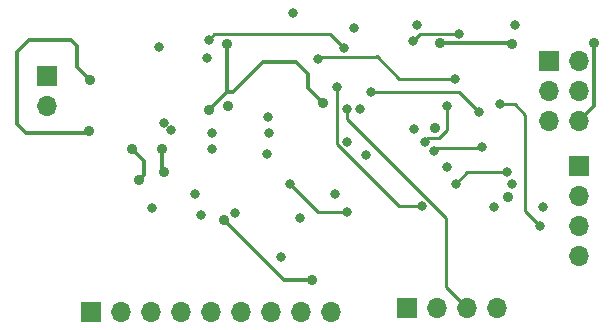
<source format=gbl>
%TF.GenerationSoftware,KiCad,Pcbnew,8.0.5*%
%TF.CreationDate,2025-01-15T09:47:39+05:30*%
%TF.ProjectId,MCU_Datalogger,4d43555f-4461-4746-916c-6f676765722e,1*%
%TF.SameCoordinates,Original*%
%TF.FileFunction,Copper,L4,Bot*%
%TF.FilePolarity,Positive*%
%FSLAX46Y46*%
G04 Gerber Fmt 4.6, Leading zero omitted, Abs format (unit mm)*
G04 Created by KiCad (PCBNEW 8.0.5) date 2025-01-15 09:47:39*
%MOMM*%
%LPD*%
G01*
G04 APERTURE LIST*
%TA.AperFunction,ComponentPad*%
%ADD10R,1.700000X1.700000*%
%TD*%
%TA.AperFunction,ComponentPad*%
%ADD11O,1.700000X1.700000*%
%TD*%
%TA.AperFunction,ViaPad*%
%ADD12C,0.800000*%
%TD*%
%TA.AperFunction,ViaPad*%
%ADD13C,0.900000*%
%TD*%
%TA.AperFunction,Conductor*%
%ADD14C,0.250000*%
%TD*%
%TA.AperFunction,Conductor*%
%ADD15C,0.350000*%
%TD*%
G04 APERTURE END LIST*
D10*
%TO.P,BT1,1,+*%
%TO.N,Net-(BT1-+)*%
X128905000Y-105410000D03*
D11*
%TO.P,BT1,2,-*%
%TO.N,GND*%
X128905000Y-107950000D03*
%TD*%
D10*
%TO.P,J1,1,Pin_1*%
%TO.N,GND*%
X173990000Y-113030000D03*
D11*
%TO.P,J1,2,Pin_2*%
%TO.N,/Vcc*%
X173990000Y-115570000D03*
%TO.P,J1,3,Pin_3*%
%TO.N,/SDA*%
X173990000Y-118110000D03*
%TO.P,J1,4,Pin_4*%
%TO.N,/SCK*%
X173990000Y-120650000D03*
%TD*%
D10*
%TO.P,J2,1,Pin_1*%
%TO.N,GND*%
X159385000Y-125095000D03*
D11*
%TO.P,J2,2,Pin_2*%
%TO.N,/Vcc*%
X161925000Y-125095000D03*
%TO.P,J2,3,Pin_3*%
%TO.N,/RX*%
X164465000Y-125095000D03*
%TO.P,J2,4,Pin_4*%
%TO.N,/TX*%
X167005000Y-125095000D03*
%TD*%
D10*
%TO.P,J4,1,Pin_1*%
%TO.N,/MISO*%
X171450000Y-104140000D03*
D11*
%TO.P,J4,2,Pin_2*%
%TO.N,/Vcc*%
X173990000Y-104140000D03*
%TO.P,J4,3,Pin_3*%
%TO.N,/SCK*%
X171450000Y-106680000D03*
%TO.P,J4,4,Pin_4*%
%TO.N,/MOSI*%
X173990000Y-106680000D03*
%TO.P,J4,5,Pin_5*%
%TO.N,/RESET*%
X171450000Y-109220000D03*
%TO.P,J4,6,Pin_6*%
%TO.N,GND*%
X173990000Y-109220000D03*
%TD*%
D10*
%TO.P,J3,1,Pin_1*%
%TO.N,/D2*%
X132689600Y-125425200D03*
D11*
%TO.P,J3,2,Pin_2*%
%TO.N,/D3*%
X135229600Y-125425200D03*
%TO.P,J3,3,Pin_3*%
%TO.N,/D4*%
X137769600Y-125425200D03*
%TO.P,J3,4,Pin_4*%
%TO.N,/D5*%
X140309600Y-125425200D03*
%TO.P,J3,5,Pin_5*%
%TO.N,/D6*%
X142849600Y-125425200D03*
%TO.P,J3,6,Pin_6*%
%TO.N,/D7*%
X145389600Y-125425200D03*
%TO.P,J3,7,Pin_7*%
%TO.N,/D8*%
X147929600Y-125425200D03*
%TO.P,J3,8,Pin_8*%
%TO.N,GND*%
X150469600Y-125425200D03*
%TO.P,J3,9,Pin_9*%
%TO.N,/Vcc*%
X153009600Y-125425200D03*
%TD*%
D12*
%TO.N,/RESET*%
X170942000Y-116522000D03*
X166751000Y-116522000D03*
X160650347Y-116463653D03*
X153458653Y-106383347D03*
%TO.N,/MOSI*%
X167871756Y-113575000D03*
X163533000Y-114552582D03*
%TO.N,/MISO*%
X162795500Y-113138500D03*
%TO.N,Net-(BT1-+)*%
X168529000Y-101092000D03*
X160909000Y-110998000D03*
X162814000Y-107950000D03*
D13*
%TO.N,GND*%
X175260000Y-102616000D03*
X168275000Y-102743000D03*
X162179000Y-102679000D03*
D12*
%TO.N,/SCK*%
X165735000Y-111416000D03*
X161666347Y-111755347D03*
%TO.N,Net-(BT1-+)*%
X154305000Y-110998000D03*
X147701000Y-110236000D03*
%TO.N,/SCK*%
X155956000Y-112141000D03*
X155448000Y-108255000D03*
%TO.N,/SDA*%
X165481000Y-108458000D03*
X156337000Y-106807000D03*
%TO.N,/RX*%
X154305000Y-108255000D03*
%TO.N,/TX*%
X151894781Y-104027778D03*
X163449000Y-105664000D03*
%TO.N,Net-(U4-PB6)*%
X150310549Y-117417549D03*
X147574000Y-112014000D03*
%TO.N,/SCK*%
X163830000Y-101854000D03*
X159893000Y-102489000D03*
%TO.N,/SDA*%
X154940000Y-101346000D03*
%TO.N,/SCK*%
X154051000Y-103060000D03*
X142609136Y-102373864D03*
X168275000Y-114554000D03*
D13*
%TO.N,/Vcc*%
X167958000Y-115651389D03*
D12*
%TO.N,Net-(U4-AREF)*%
X160274000Y-101092000D03*
X160018275Y-109905000D03*
%TO.N,Net-(BT1-+)*%
X147642153Y-108907153D03*
X149733000Y-100076000D03*
D13*
%TO.N,/Vcc*%
X161798000Y-109855000D03*
X144272000Y-107950000D03*
D12*
%TO.N,/SDA*%
X170688000Y-118110000D03*
X167259000Y-107823000D03*
%TO.N,Net-(U4-PB7)*%
X149479000Y-114554000D03*
X154305000Y-116967000D03*
D13*
%TO.N,GND*%
X152273000Y-107696000D03*
X136715500Y-114236500D03*
X144145000Y-102743000D03*
X136144000Y-111633000D03*
X142621000Y-108331000D03*
%TO.N,/Vcc*%
X132447000Y-110061781D03*
X138684000Y-111633000D03*
X138811000Y-113601000D03*
X143891000Y-117602000D03*
X151384000Y-122682000D03*
X132588000Y-105791000D03*
D12*
%TO.N,/SCK*%
X138811000Y-109410000D03*
X141478000Y-115443000D03*
X139446000Y-109982000D03*
X138430000Y-102997000D03*
%TO.N,/SDA*%
X141986000Y-117221000D03*
X142875000Y-111633000D03*
X142494000Y-103886000D03*
X142875000Y-110236000D03*
%TO.N,/D8*%
X148717000Y-120777000D03*
X153289000Y-115443000D03*
%TO.N,Net-(U3-SQW{slash}~INT)*%
X144832137Y-117032557D03*
X137795000Y-116586000D03*
%TD*%
D14*
%TO.N,/RESET*%
X158745348Y-116463653D02*
X160650347Y-116463653D01*
X153458653Y-111176958D02*
X158745348Y-116463653D01*
X153458653Y-106383347D02*
X153458653Y-111176958D01*
%TO.N,/MOSI*%
X163533000Y-114552582D02*
X164510582Y-113575000D01*
X164510582Y-113575000D02*
X167871756Y-113575000D01*
%TO.N,Net-(BT1-+)*%
X162814000Y-110005727D02*
X162814000Y-107950000D01*
X161227000Y-110680000D02*
X162139727Y-110680000D01*
X162139727Y-110680000D02*
X162814000Y-110005727D01*
X160909000Y-110998000D02*
X161227000Y-110680000D01*
%TO.N,/SCK*%
X161915694Y-111506000D02*
X165645000Y-111506000D01*
X161666347Y-111755347D02*
X161915694Y-111506000D01*
X165645000Y-111506000D02*
X165735000Y-111416000D01*
D15*
%TO.N,GND*%
X175265000Y-107945000D02*
X173990000Y-109220000D01*
X175265000Y-102621000D02*
X175265000Y-107945000D01*
X175260000Y-102616000D02*
X175265000Y-102621000D01*
X168211000Y-102679000D02*
X168275000Y-102743000D01*
X162179000Y-102679000D02*
X168211000Y-102679000D01*
D14*
%TO.N,/SCK*%
X160528000Y-101854000D02*
X163830000Y-101854000D01*
X159893000Y-102489000D02*
X160528000Y-101854000D01*
%TO.N,/SDA*%
X163830000Y-106807000D02*
X165481000Y-108458000D01*
X156337000Y-106807000D02*
X163830000Y-106807000D01*
%TO.N,/RX*%
X162687000Y-123317000D02*
X164465000Y-125095000D01*
X162687000Y-117475000D02*
X162687000Y-123317000D01*
X154305000Y-109093000D02*
X162687000Y-117475000D01*
X154305000Y-108255000D02*
X154305000Y-109093000D01*
%TO.N,/TX*%
X152137559Y-103785000D02*
X151894781Y-104027778D01*
X156845000Y-103759000D02*
X156819000Y-103785000D01*
X156819000Y-103785000D02*
X152137559Y-103785000D01*
X158750000Y-105664000D02*
X156845000Y-103759000D01*
X163449000Y-105664000D02*
X158750000Y-105664000D01*
%TO.N,/SCK*%
X143065000Y-101918000D02*
X142609136Y-102373864D01*
X152909000Y-101918000D02*
X143065000Y-101918000D01*
X154051000Y-103060000D02*
X152909000Y-101918000D01*
D15*
%TO.N,GND*%
X147193000Y-104267000D02*
X149987000Y-104267000D01*
X151003000Y-105283000D02*
X151003000Y-106426000D01*
X144653000Y-106807000D02*
X147193000Y-104267000D01*
X149987000Y-104267000D02*
X151003000Y-105283000D01*
X144145000Y-106807000D02*
X144653000Y-106807000D01*
X151003000Y-106426000D02*
X152273000Y-107696000D01*
D14*
%TO.N,/SDA*%
X169418000Y-116840000D02*
X170688000Y-118110000D01*
X169418000Y-108712000D02*
X169418000Y-116840000D01*
X168529000Y-107823000D02*
X169418000Y-108712000D01*
X167259000Y-107823000D02*
X168529000Y-107823000D01*
%TO.N,Net-(U4-PB7)*%
X154305000Y-116967000D02*
X151892000Y-116967000D01*
X151892000Y-116967000D02*
X149479000Y-114554000D01*
D15*
%TO.N,GND*%
X144145000Y-106807000D02*
X142621000Y-108331000D01*
X136715500Y-114236500D02*
X137160000Y-113792000D01*
X144145000Y-102743000D02*
X144145000Y-106807000D01*
X137160000Y-113792000D02*
X137160000Y-112649000D01*
X137160000Y-112649000D02*
X136144000Y-111633000D01*
%TO.N,/Vcc*%
X132272781Y-110236000D02*
X132447000Y-110061781D01*
X148971000Y-122682000D02*
X151384000Y-122682000D01*
X130937000Y-102362000D02*
X127381000Y-102362000D01*
X138684000Y-113474000D02*
X138811000Y-113601000D01*
X126365000Y-109474000D02*
X127127000Y-110236000D01*
X127381000Y-102362000D02*
X126365000Y-103378000D01*
X138684000Y-111633000D02*
X138684000Y-113474000D01*
X127127000Y-110236000D02*
X132272781Y-110236000D01*
X131445000Y-104648000D02*
X131445000Y-102870000D01*
X131445000Y-102870000D02*
X130937000Y-102362000D01*
X143891000Y-117602000D02*
X148971000Y-122682000D01*
X126365000Y-103378000D02*
X126365000Y-109474000D01*
X132588000Y-105791000D02*
X131445000Y-104648000D01*
%TD*%
M02*

</source>
